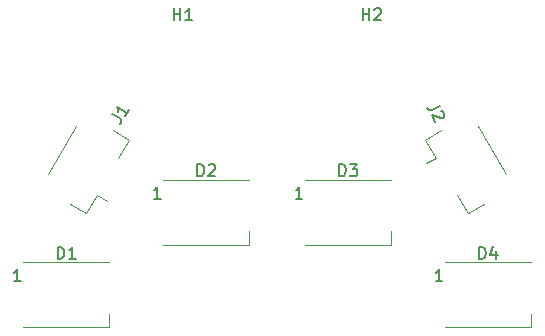
<source format=gbr>
%TF.GenerationSoftware,KiCad,Pcbnew,(5.1.6)-1*%
%TF.CreationDate,2020-11-09T21:27:46-05:00*%
%TF.ProjectId,LIghtBoard,4c496768-7442-46f6-9172-642e6b696361,rev?*%
%TF.SameCoordinates,Original*%
%TF.FileFunction,Legend,Top*%
%TF.FilePolarity,Positive*%
%FSLAX46Y46*%
G04 Gerber Fmt 4.6, Leading zero omitted, Abs format (unit mm)*
G04 Created by KiCad (PCBNEW (5.1.6)-1) date 2020-11-09 21:27:46*
%MOMM*%
%LPD*%
G01*
G04 APERTURE LIST*
%ADD10C,0.120000*%
%ADD11C,0.150000*%
G04 APERTURE END LIST*
D10*
%TO.C,D4*%
X146100000Y-102350000D02*
X153400000Y-102350000D01*
X146100000Y-107850000D02*
X153400000Y-107850000D01*
X153400000Y-107850000D02*
X153400000Y-106700000D01*
%TO.C,D3*%
X134250000Y-95350000D02*
X141550000Y-95350000D01*
X134250000Y-100850000D02*
X141550000Y-100850000D01*
X141550000Y-100850000D02*
X141550000Y-99700000D01*
%TO.C,D2*%
X122250000Y-95350000D02*
X129550000Y-95350000D01*
X122250000Y-100850000D02*
X129550000Y-100850000D01*
X129550000Y-100850000D02*
X129550000Y-99700000D01*
%TO.C,J2*%
X148940326Y-90818501D02*
X151280326Y-94871499D01*
X148044193Y-98206352D02*
X147144193Y-96647506D01*
X149429833Y-97406352D02*
X148044193Y-98206352D01*
X145334193Y-93512494D02*
X144520129Y-93982494D01*
X144434193Y-91953648D02*
X145334193Y-93512494D01*
X145819833Y-91153648D02*
X144434193Y-91953648D01*
%TO.C,J1*%
X112519674Y-94871499D02*
X114859674Y-90818501D01*
X119365807Y-91953648D02*
X118465807Y-93512494D01*
X117980167Y-91153648D02*
X119365807Y-91953648D01*
X116655807Y-96647506D02*
X117469871Y-97117506D01*
X115755807Y-98206352D02*
X116655807Y-96647506D01*
X114370167Y-97406352D02*
X115755807Y-98206352D01*
%TO.C,D1*%
X117700000Y-107850000D02*
X117700000Y-106700000D01*
X110400000Y-107850000D02*
X117700000Y-107850000D01*
X110400000Y-102350000D02*
X117700000Y-102350000D01*
%TO.C,H1*%
D11*
X123138095Y-81852380D02*
X123138095Y-80852380D01*
X123138095Y-81328571D02*
X123709523Y-81328571D01*
X123709523Y-81852380D02*
X123709523Y-80852380D01*
X124709523Y-81852380D02*
X124138095Y-81852380D01*
X124423809Y-81852380D02*
X124423809Y-80852380D01*
X124328571Y-80995238D01*
X124233333Y-81090476D01*
X124138095Y-81138095D01*
%TO.C,D4*%
X149011904Y-102052380D02*
X149011904Y-101052380D01*
X149250000Y-101052380D01*
X149392857Y-101100000D01*
X149488095Y-101195238D01*
X149535714Y-101290476D01*
X149583333Y-101480952D01*
X149583333Y-101623809D01*
X149535714Y-101814285D01*
X149488095Y-101909523D01*
X149392857Y-102004761D01*
X149250000Y-102052380D01*
X149011904Y-102052380D01*
X150440476Y-101385714D02*
X150440476Y-102052380D01*
X150202380Y-101004761D02*
X149964285Y-101719047D01*
X150583333Y-101719047D01*
X145885714Y-103952380D02*
X145314285Y-103952380D01*
X145600000Y-103952380D02*
X145600000Y-102952380D01*
X145504761Y-103095238D01*
X145409523Y-103190476D01*
X145314285Y-103238095D01*
%TO.C,D3*%
X137161904Y-95052380D02*
X137161904Y-94052380D01*
X137400000Y-94052380D01*
X137542857Y-94100000D01*
X137638095Y-94195238D01*
X137685714Y-94290476D01*
X137733333Y-94480952D01*
X137733333Y-94623809D01*
X137685714Y-94814285D01*
X137638095Y-94909523D01*
X137542857Y-95004761D01*
X137400000Y-95052380D01*
X137161904Y-95052380D01*
X138066666Y-94052380D02*
X138685714Y-94052380D01*
X138352380Y-94433333D01*
X138495238Y-94433333D01*
X138590476Y-94480952D01*
X138638095Y-94528571D01*
X138685714Y-94623809D01*
X138685714Y-94861904D01*
X138638095Y-94957142D01*
X138590476Y-95004761D01*
X138495238Y-95052380D01*
X138209523Y-95052380D01*
X138114285Y-95004761D01*
X138066666Y-94957142D01*
X134035714Y-96952380D02*
X133464285Y-96952380D01*
X133750000Y-96952380D02*
X133750000Y-95952380D01*
X133654761Y-96095238D01*
X133559523Y-96190476D01*
X133464285Y-96238095D01*
%TO.C,D2*%
X125161904Y-95052380D02*
X125161904Y-94052380D01*
X125400000Y-94052380D01*
X125542857Y-94100000D01*
X125638095Y-94195238D01*
X125685714Y-94290476D01*
X125733333Y-94480952D01*
X125733333Y-94623809D01*
X125685714Y-94814285D01*
X125638095Y-94909523D01*
X125542857Y-95004761D01*
X125400000Y-95052380D01*
X125161904Y-95052380D01*
X126114285Y-94147619D02*
X126161904Y-94100000D01*
X126257142Y-94052380D01*
X126495238Y-94052380D01*
X126590476Y-94100000D01*
X126638095Y-94147619D01*
X126685714Y-94242857D01*
X126685714Y-94338095D01*
X126638095Y-94480952D01*
X126066666Y-95052380D01*
X126685714Y-95052380D01*
X122035714Y-96952380D02*
X121464285Y-96952380D01*
X121750000Y-96952380D02*
X121750000Y-95952380D01*
X121654761Y-96095238D01*
X121559523Y-96190476D01*
X121464285Y-96238095D01*
%TO.C,J2*%
X145657585Y-89087516D02*
X145038995Y-89444659D01*
X144891468Y-89474848D01*
X144761370Y-89439988D01*
X144648702Y-89340080D01*
X144601083Y-89257601D01*
X145789392Y-89506289D02*
X145854441Y-89523718D01*
X145943299Y-89582388D01*
X146062347Y-89788584D01*
X146068726Y-89894872D01*
X146051297Y-89959921D01*
X145992628Y-90048779D01*
X145910149Y-90096398D01*
X145762622Y-90126588D01*
X144982036Y-89917430D01*
X145291559Y-90453541D01*
%TO.C,J1*%
X117959081Y-89814864D02*
X118577670Y-90172007D01*
X118677579Y-90284675D01*
X118712438Y-90414773D01*
X118682249Y-90562300D01*
X118634630Y-90644779D01*
X119325106Y-89448839D02*
X119039392Y-89943710D01*
X119182249Y-89696275D02*
X118316224Y-89196275D01*
X118392323Y-89350182D01*
X118427182Y-89480279D01*
X118420802Y-89586568D01*
%TO.C,H2*%
X139138095Y-81852380D02*
X139138095Y-80852380D01*
X139138095Y-81328571D02*
X139709523Y-81328571D01*
X139709523Y-81852380D02*
X139709523Y-80852380D01*
X140138095Y-80947619D02*
X140185714Y-80900000D01*
X140280952Y-80852380D01*
X140519047Y-80852380D01*
X140614285Y-80900000D01*
X140661904Y-80947619D01*
X140709523Y-81042857D01*
X140709523Y-81138095D01*
X140661904Y-81280952D01*
X140090476Y-81852380D01*
X140709523Y-81852380D01*
%TO.C,D1*%
X113311904Y-102052380D02*
X113311904Y-101052380D01*
X113550000Y-101052380D01*
X113692857Y-101100000D01*
X113788095Y-101195238D01*
X113835714Y-101290476D01*
X113883333Y-101480952D01*
X113883333Y-101623809D01*
X113835714Y-101814285D01*
X113788095Y-101909523D01*
X113692857Y-102004761D01*
X113550000Y-102052380D01*
X113311904Y-102052380D01*
X114835714Y-102052380D02*
X114264285Y-102052380D01*
X114550000Y-102052380D02*
X114550000Y-101052380D01*
X114454761Y-101195238D01*
X114359523Y-101290476D01*
X114264285Y-101338095D01*
X110185714Y-103952380D02*
X109614285Y-103952380D01*
X109900000Y-103952380D02*
X109900000Y-102952380D01*
X109804761Y-103095238D01*
X109709523Y-103190476D01*
X109614285Y-103238095D01*
%TD*%
M02*

</source>
